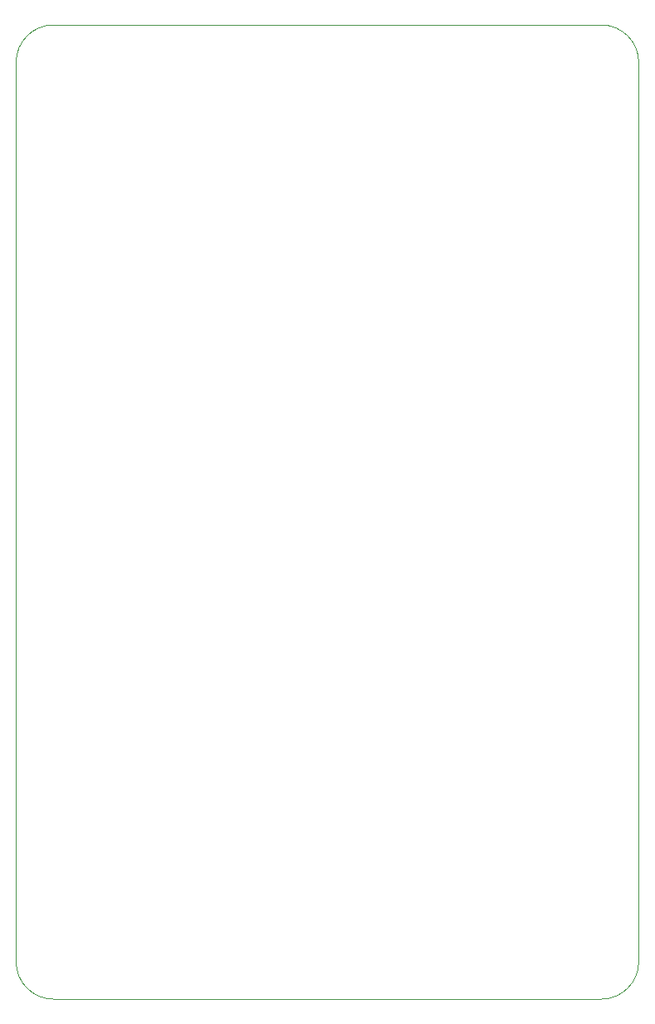
<source format=gbr>
%TF.GenerationSoftware,KiCad,Pcbnew,7.0.2*%
%TF.CreationDate,2023-08-07T19:48:10+09:00*%
%TF.ProjectId,TurtlePico,54757274-6c65-4506-9963-6f2e6b696361,rev?*%
%TF.SameCoordinates,Original*%
%TF.FileFunction,Profile,NP*%
%FSLAX46Y46*%
G04 Gerber Fmt 4.6, Leading zero omitted, Abs format (unit mm)*
G04 Created by KiCad (PCBNEW 7.0.2) date 2023-08-07 19:48:10*
%MOMM*%
%LPD*%
G01*
G04 APERTURE LIST*
%TA.AperFunction,Profile*%
%ADD10C,0.100000*%
%TD*%
G04 APERTURE END LIST*
D10*
X177800000Y-44196000D02*
X177800000Y-135890000D01*
X118110065Y-40385987D02*
X173990000Y-40386000D01*
X173990000Y-139700000D02*
X118110000Y-139700000D01*
X177800000Y-44196000D02*
G75*
G03*
X173990000Y-40386000I-3810000J0D01*
G01*
X118110065Y-40385987D02*
G75*
G03*
X114299987Y-44196000I-65J-3810013D01*
G01*
X114300000Y-135890000D02*
X114299987Y-44196000D01*
X173990000Y-139700000D02*
G75*
G03*
X177800000Y-135890000I0J3810000D01*
G01*
X114300000Y-135890000D02*
G75*
G03*
X118110000Y-139700000I3810000J0D01*
G01*
M02*

</source>
